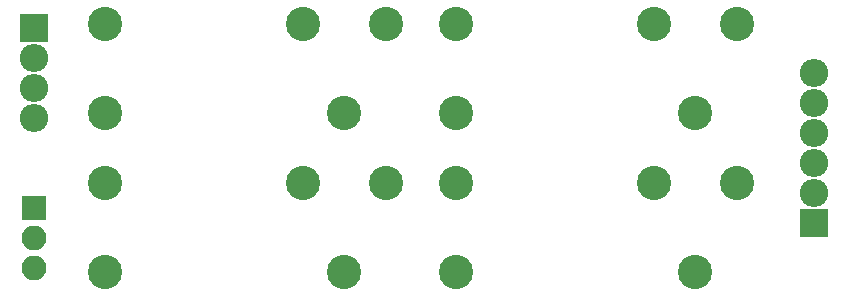
<source format=gbr>
G04 #@! TF.FileFunction,Soldermask,Bot*
%FSLAX46Y46*%
G04 Gerber Fmt 4.6, Leading zero omitted, Abs format (unit mm)*
G04 Created by KiCad (PCBNEW 4.0.7) date 02/04/19 17:51:41*
%MOMM*%
%LPD*%
G01*
G04 APERTURE LIST*
%ADD10C,0.100000*%
%ADD11R,2.100000X2.100000*%
%ADD12O,2.100000X2.100000*%
%ADD13C,2.900000*%
%ADD14O,2.398980X2.398980*%
%ADD15R,2.398980X2.398980*%
G04 APERTURE END LIST*
D10*
D11*
X119380000Y-93980000D03*
D12*
X119380000Y-96520000D03*
X119380000Y-99060000D03*
D13*
X125336000Y-85919000D03*
X125336000Y-78419000D03*
X145636000Y-85919000D03*
X149136000Y-78419000D03*
X142136000Y-78419000D03*
X125336000Y-99381000D03*
X125336000Y-91881000D03*
X145636000Y-99381000D03*
X149136000Y-91881000D03*
X142136000Y-91881000D03*
X155054000Y-85919000D03*
X155054000Y-78419000D03*
X175354000Y-85919000D03*
X178854000Y-78419000D03*
X171854000Y-78419000D03*
X155054000Y-99381000D03*
X155054000Y-91881000D03*
X175354000Y-99381000D03*
X178854000Y-91881000D03*
X171854000Y-91881000D03*
D14*
X119380000Y-86360000D03*
D15*
X119380000Y-78740000D03*
D14*
X119380000Y-81280000D03*
X119380000Y-83820000D03*
X185420000Y-87630000D03*
D15*
X185420000Y-95250000D03*
D14*
X185420000Y-92710000D03*
X185420000Y-90170000D03*
X185420000Y-85090000D03*
X185420000Y-82550000D03*
M02*

</source>
